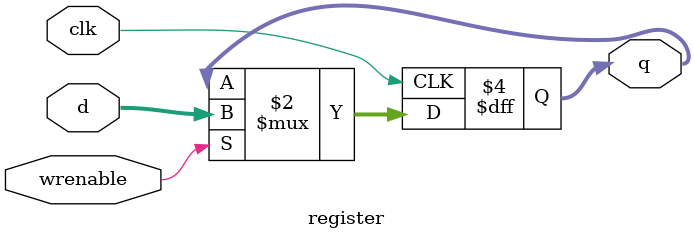
<source format=v>

/*
Parameterized Register

This register is used to hold the value of the counter and the incremental
sum. The width parameter can be changed when instantiating the module to change
the size of the data being stored.
*/

module register
#(parameter width = 4)
(
output reg[width-1:0] q, // 4 bit output
input[width-1:0]      d, // 4 bit input
input                 wrenable,
input                 clk
);
    always @(posedge clk) begin
        if(wrenable) begin
            //q[31:0] <= d[31:0];
            q <= d;
        end
    end
endmodule

</source>
